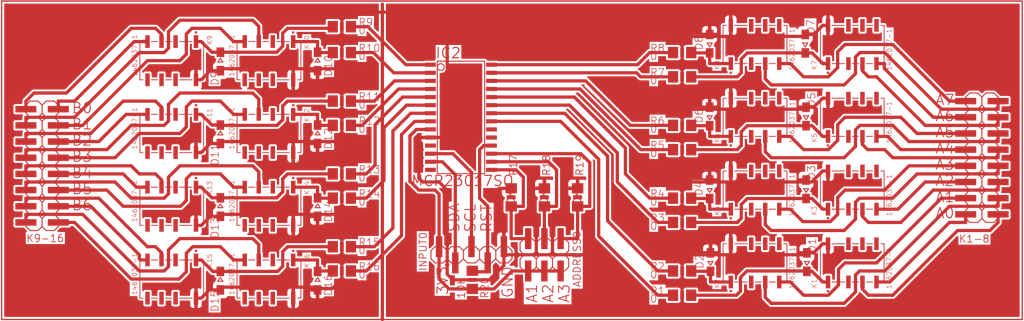
<source format=kicad_pcb>
(kicad_pcb
	(version 20241229)
	(generator "pcbnew")
	(generator_version "9.0")
	(general
		(thickness 1.6)
		(legacy_teardrops no)
	)
	(paper "A3")
	(layers
		(0 "F.Cu" signal)
		(2 "B.Cu" signal)
		(9 "F.Adhes" user "F.Adhesive")
		(11 "B.Adhes" user "B.Adhesive")
		(13 "F.Paste" user)
		(15 "B.Paste" user)
		(5 "F.SilkS" user "F.Silkscreen")
		(7 "B.SilkS" user "B.Silkscreen")
		(1 "F.Mask" user)
		(3 "B.Mask" user)
		(17 "Dwgs.User" user "User.Drawings")
		(19 "Cmts.User" user "User.Comments")
		(21 "Eco1.User" user "User.Eco1")
		(23 "Eco2.User" user "User.Eco2")
		(25 "Edge.Cuts" user)
		(27 "Margin" user)
		(31 "F.CrtYd" user "F.Courtyard")
		(29 "B.CrtYd" user "B.Courtyard")
		(35 "F.Fab" user)
		(33 "B.Fab" user)
		(39 "User.1" user)
		(41 "User.2" user)
		(43 "User.3" user)
		(45 "User.4" user)
	)
	(setup
		(stackup
			(layer "F.SilkS"
				(type "Top Silk Screen")
			)
			(layer "F.Paste"
				(type "Top Solder Paste")
			)
			(layer "F.Mask"
				(type "Top Solder Mask")
				(thickness 0.01)
			)
			(layer "F.Cu"
				(type "copper")
				(thickness 0.035)
			)
			(layer "dielectric 1"
				(type "core")
				(thickness 1.51)
				(material "FR4")
				(epsilon_r 4.5)
				(loss_tangent 0.02)
			)
			(layer "B.Cu"
				(type "copper")
				(thickness 0.035)
			)
			(layer "B.Mask"
				(type "Bottom Solder Mask")
				(thickness 0.01)
			)
			(layer "B.Paste"
				(type "Bottom Solder Paste")
			)
			(layer "B.SilkS"
				(type "Bottom Silk Screen")
			)
			(copper_finish "None")
			(dielectric_constraints no)
		)
		(pad_to_mask_clearance 0)
		(allow_soldermask_bridges_in_footprints no)
		(tenting front back)
		(pcbplotparams
			(layerselection 0x00000000_00000000_55555555_5755f5ff)
			(plot_on_all_layers_selection 0x00000000_00000000_00000000_00000000)
			(disableapertmacros no)
			(usegerberextensions no)
			(usegerberattributes yes)
			(usegerberadvancedattributes yes)
			(creategerberjobfile yes)
			(dashed_line_dash_ratio 12.000000)
			(dashed_line_gap_ratio 3.000000)
			(svgprecision 4)
			(plotframeref no)
			(mode 1)
			(useauxorigin no)
			(hpglpennumber 1)
			(hpglpenspeed 20)
			(hpglpendiameter 15.000000)
			(pdf_front_fp_property_popups yes)
			(pdf_back_fp_property_popups yes)
			(pdf_metadata yes)
			(pdf_single_document no)
			(dxfpolygonmode yes)
			(dxfimperialunits yes)
			(dxfusepcbnewfont yes)
			(psnegative no)
			(psa4output no)
			(plot_black_and_white yes)
			(plotinvisibletext no)
			(sketchpadsonfab no)
			(plotpadnumbers no)
			(hidednponfab no)
			(sketchdnponfab yes)
			(crossoutdnponfab yes)
			(subtractmaskfromsilk no)
			(outputformat 1)
			(mirror no)
			(drillshape 1)
			(scaleselection 1)
			(outputdirectory "")
		)
	)
	(net 0 "")
	(net 1 "GND")
	(net 2 "SCL")
	(net 3 "SDA")
	(net 4 "3V3")
	(net 5 "A1")
	(net 6 "A2")
	(net 7 "A3")
	(net 8 "RST")
	(net 9 "K1")
	(net 10 "K2")
	(net 11 "K3")
	(net 12 "K4")
	(net 13 "K5")
	(net 14 "K6")
	(net 15 "K7")
	(net 16 "K8")
	(net 17 "K9")
	(net 18 "K10")
	(net 19 "K11")
	(net 20 "K12")
	(net 21 "K13")
	(net 22 "K14")
	(net 23 "K15")
	(net 24 "K16")
	(net 25 "K1-1")
	(net 26 "K1-2")
	(net 27 "K2-1")
	(net 28 "K2-2")
	(net 29 "K3-1")
	(net 30 "K3-2")
	(net 31 "K4-1")
	(net 32 "K4-2")
	(net 33 "K5-1")
	(net 34 "K5-2")
	(net 35 "K6-1")
	(net 36 "K6-2")
	(net 37 "K7-1")
	(net 38 "K7-2")
	(net 39 "K8-1")
	(net 40 "K8-2")
	(net 41 "K9-1")
	(net 42 "K9-2")
	(net 43 "K10-1")
	(net 44 "K10-2")
	(net 45 "K11-1")
	(net 46 "K11-2")
	(net 47 "K12-1")
	(net 48 "K12-2")
	(net 49 "K13-1")
	(net 50 "K13-2")
	(net 51 "K14-1")
	(net 52 "K14-2")
	(net 53 "K15-1")
	(net 54 "K15-2")
	(net 55 "K16-1")
	(net 56 "K16-2")
	(net 57 "N$4")
	(net 58 "N$5")
	(net 59 "N$6")
	(net 60 "N$7")
	(net 61 "N$8")
	(net 62 "N$9")
	(net 63 "N$10")
	(net 64 "N$11")
	(net 65 "N$12")
	(net 66 "N$13")
	(net 67 "N$14")
	(net 68 "N$15")
	(net 69 "N$16")
	(net 70 "N$17")
	(net 71 "N$18")
	(net 72 "N$19")
	(footprint "RELAY_1462037-1" (layer "F.Cu") (at 266.6111 84.6836 90))
	(footprint "R1206_334" (layer "F.Cu") (at 255.1811 74.5236))
	(footprint "R1206_334" (layer "F.Cu") (at 201.8411 59.0296 180))
	(footprint "R1206_334" (layer "F.Cu") (at 201.8411 85.9536 180))
	(footprint "SOD323-W_210" (layer "F.Cu") (at 198.0311 75.9206 -90))
	(footprint "R1206_334" (layer "F.Cu") (at 201.8411 97.3836 180))
	(footprint "RELAY_1462037-1" (layer "F.Cu") (at 175.1711 98.6536 -90))
	(footprint "RELAY_1462037-1" (layer "F.Cu") (at 190.4111 98.6536 -90))
	(footprint "RELAY_1462037-1" (layer "F.Cu") (at 190.4111 64.3636 -90))
	(footprint "RELAY_1462037-1" (layer "F.Cu") (at 281.8511 73.2536 90))
	(footprint "R1206_334" (layer "F.Cu") (at 255.1811 78.3336))
	(footprint "SOD323-W_210" (layer "F.Cu") (at 182.7911 87.3506 -90))
	(footprint "RELAY_1462037-1" (layer "F.Cu") (at 281.8511 96.1136 90))
	(footprint "RELAY_1462037-1" (layer "F.Cu") (at 175.1711 64.3636 -90))
	(footprint "R1206_334" (layer "F.Cu") (at 255.1811 101.1936))
	(footprint "SOD323-W_210" (layer "F.Cu") (at 198.0311 87.3506 -90))
	(footprint "RELAY_1462037-1" (layer "F.Cu") (at 190.4111 87.2236 -90))
	(footprint "RELAY_1462037-1" (layer "F.Cu") (at 266.6111 96.1136 90))
	(footprint "SOD323-W_210" (layer "F.Cu") (at 259.4991 84.5566 90))
	(footprint "2X03SMD" (layer "F.Cu") (at 232.3211 93.5736))
	(footprint "SOD323-W_210" (layer "F.Cu") (at 259.4991 61.6966 90))
	(footprint "R1206_334" (layer "F.Cu") (at 255.1811 66.9036))
	(footprint "RELAY_1462037-1" (layer "F.Cu") (at 281.8511 84.6836 90))
	(footprint "R1206_334" (layer "F.Cu") (at 233.5911 85.8266 90))
	(footprint "SOD323-W_210" (layer "F.Cu") (at 259.4991 73.1266 90))
	(footprint "R1206_334" (layer "F.Cu") (at 222.2881 98.7806 -90))
	(footprint "RELAY_1462037-1" (layer "F.Cu") (at 266.6111 61.8236 90))
	(footprint "R1206_334" (layer "F.Cu") (at 228.3841 85.8266 90))
	(footprint "RELAY_1462037-1" (layer "F.Cu") (at 175.1711 75.7936 -90))
	(footprint "R1206_334" (layer "F.Cu") (at 255.1811 97.3836))
	(footprint "SOD323-W_210" (layer "F.Cu") (at 274.6121 84.5566 90))
	(footprint "RELAY_1462037-1" (layer "F.Cu") (at 190.4111 75.7936 -90))
	(footprint "SOD323-W_210" (layer "F.Cu") (at 198.0311 98.9076 -90))
	(footprint "R1206_334" (layer "F.Cu") (at 238.7981 85.8266 90))
	(footprint "SOD323-W_210" (layer "F.Cu") (at 182.7911 98.9076 -90))
	(footprint "SOD323-W_210" (layer "F.Cu") (at 259.6261 95.9866 90))
	(footprint "R1206_334" (layer "F.Cu") (at 201.8411 93.5736 180))
	(footprint "SO28W_294" (layer "F.Cu") (at 220.5101 72.6186 -90))
	(footprint "2X08SMD"
		(layer "F.Cu")
		(uuid "aaa69865-4810-442b-8a3f-a553cc7124d0")
		(at 300.9011 87.2236 90)
		(descr "PIN HEADER - 2.54 SMD")
		(property "Reference" "K1-8"
			(at -4.445 2.54 0)
			(unlocked yes)
			(layer "F.Cu")
			(uuid "5af74f85-622a-403f-bd79-b1b803e3b9bd")
			(effects
				(font
					(size 1.1557 1.1557)
					(thickness 0.1143)
				)
				(justify right top)
			)
		)
		(property "Value" ""
			(at -10.16 4.445 90)
			(unlocked yes)
			(layer "F.Cu")
			(uuid "4030fbab-21fc-4016-a53b-c0c0620f83c0")
			(effects
				(font
					(size 1.176528 1.176528)
					(thickness 0.093472)
				)
				(justify left bottom)
			)
		)
		(property "Datasheet" ""
			(at 0 0 90)
			(layer "F.Fab")
			(hide yes)
			(uuid "5dfd2d76-9b6d-4f62-9a9b-68725399f273")
			(effects
				(font
					(size 1.27 1.27)
					(thickness 0.15)
				)
			)
		)
		(property "Description" ""
			(at 0 0 90)
			(layer "F.Fab")
			(hide yes)
			(uuid "e50e4681-5144-44ce-9f4f-1c696decea79")
			(effects
				(font
					(size 1.27 1.27)
					(thickness 0.15)
				)
			)
		)
		(fp_line
			(start 17.145 -1.27)
			(end 15.875 -1.27)
			(stroke
				(width 0.1524)
				(type solid)
			)
			(layer "F.Cu")
			(uuid "01852751-c621-4dc2-85f0-1ec06f6c4ef1")
		)
		(fp_line
			(start 17.145 -1.27)
			(end 17.78 -0.635)
			(stroke
				(width 0.1524)
				(type solid)
			)
			(layer "F.Cu")
			(uuid "07238eac-7c8e-48b6-9615-020a943ba563")
		)
		(fp_line
			(start 14.605 -1.27)
			(end 13.335 -1.27)
			(stroke
				(width 0.1524)
				(type solid)
			)
			(layer "F.Cu")
			(uuid "238a34db-0dcc-4f20-9ac4-eb0bffcc0f7b")
		)
		(fp_line
			(start 14.605 -1.27)
			(end 15.24 -0.635)
			(stroke
				(width 0.1524)
				(type solid)
			)
			(layer "F.Cu")
			(uuid "67558e89-8938-4c03-a79f-a74bebf0e096")
		)
		(fp_line
			(start 12.065 -1.27)
			(end 10.795 -1.27)
			(stroke
				(width 0.1524)
				(type solid)
			)
			(layer "F.Cu")
			(uuid "b805fe32-9bb5-4636-a870-02861b2a0adb")
		)
		(fp_line
			(start 12.065 -1.27)
			(end 12.7 -0.635)
			(stroke
				(width 0.1524)
				(type solid)
			)
			(layer "F.Cu")
			(uuid "a1cfa201-389a-4f2d-bd8f-c79baab03095")
		)
		(fp_line
			(start 9.525 -1.27)
			(end 10.16 -0.635)
			(stroke
				(width 0.1524)
				(type solid)
			)
			(layer "F.Cu")
			(uuid "6e6424ff-049f-4290-9bf5-25d5f9ecc70d")
		)
		(fp_line
			(start 8.255 -1.27)
			(end 9.525 -1.27)
			(stroke
				(width 0.1524)
				(type solid)
			)
			(layer "F.Cu")
			(uuid "5bb87d64-e232-4f3d-921b-a86bd6f88a39")
		)
		(fp_line
			(start 6.985 -1.27)
			(end 7.62 -0.635)
			(stroke
				(width 0.1524)
				(type solid)
			)
			(layer "F.Cu")
			(uuid "5465b5da-b3e6-4901-b563-998719301317")
		)
		(fp_line
			(start 5.715 -1.27)
			(end 6.985 -1.27)
			(stroke
				(width 0.1524)
				(type solid)
			)
			(layer "F.Cu")
			(uuid "6f1ec4b6-1f97-4e34-a87e-3bc8e2630b30")
		)
		(fp_line
			(start 4.445 -1.27)
			(end 5.08 -0.635)
			(stroke
				(width 0.1524)
				(type solid)
			)
			(layer "F.Cu")
			(uuid "47e2c031-2a75-420a-8186-3f11ed56fb58")
		)
		(fp_line
			(start 3.175 -1.27)
			(end 4.445 -1.27)
			(stroke
				(width 0.1524)
				(type solid)
			)
			(layer "F.Cu")
			(uuid "8bced99b-81fb-486e-b0b1-26b9948d5c2c")
		)
		(fp_line
			(start 1.905 -1.27)
			(end 2.54 -0.635)
			(stroke
				(width 0.1524)
				(type solid)
			)
			(layer "F.Cu")
			(uuid "08c87ed2-3a43-47b6-834f-057e8e1526ca")
		)
		(fp_line
			(start 0.635 -1.27)
			(end 1.905 -1.27)
			(stroke
				(width 0.1524)
				(type solid)
			)
			(layer "F.Cu")
			(uuid "220be14d-5829-472a-a9a3-3a53ef17abcc")
		)
		(fp_line
			(start -0.635 -1.27)
			(end 0 -0.635)
			(stroke
				(width 0.1524)
				(type solid)
			)
			(layer "F.Cu")
			(uuid "3d38769f-8850-4332-9561-b6526c814d36")
		)
		(fp_line
			(start -1.905 -1.27)
			(end -0.635 -1.27)
			(stroke
				(width 0.1524)
				(type solid)
			)
			(layer "F.Cu")
			(uuid "3989e247-e56e-459f-8731-04fdabfd50cc")
		)
		(fp_line
			(start -1.905 -1.27)
			(end -2.54 -0.635)
			(stroke
				(width 0.1524)
				(type solid)
			)
			(layer "F.Cu")
			(uuid "de8d84ce-2228-4edf-8b61-eccdf06bc032")
		)
		(fp_line
			(start 17.78 -0.635)
			(end 17.78 0.635)
			(stroke
				(width 0.1524)
				(type solid)
			)
			(layer "F.Cu")
			(uuid "2351b1fa-553f-47aa-aba1-26a7e02ced23")
		)
		(fp_line
			(start 15.24 -0.635)
			(end 15.875 -1.27)
			(stroke
				(width 0.1524)
				(type solid)
			)
			(layer "F.Cu")
			(uuid "1bc7cff1-f980-4cb0-bf30-c6ba7d93e842")
		)
		(fp_line
			(start 15.24 -0.635)
			(end 15.24 0.635)
			(stroke
				(width 0.1524)
				(type solid)
			)
			(layer "F.Cu")
			(uuid "855ed19e-bccc-4d23-af2e-780cf860e07f")
		)
		(fp_line
			(start 12.7 -0.635)
			(end 13.335 -1.27)
			(stroke
				(width 0.1524)
				(type solid)
			)
			(layer "F.Cu")
			(uuid "6578af7c-deda-44f1-93b2-1cc3c2fd3c35")
		)
		(fp_line
			(start 12.7 -0.635)
			(end 12.7 0.635)
			(stroke
				(width 0.1524)
				(type solid)
			)
			(layer "F.Cu")
			(uuid "f85c49d0-8dcb-4afd-8f10-e129f1400b7f")
		)
		(fp_line
			(start 10.16 -0.635)
			(end 10.795 -1.27)
			(stroke
				(width 0.1524)
				(type solid)
			)
			(layer "F.Cu")
			(uuid "d7c54794-bfc3-49a0-86e4-71754148cbde")
		)
		(fp_line
			(start 10.16 -0.635)
			(end 10.16 0.635)
			(stroke
				(width 0.1524)
				(type solid)
			)
			(layer "F.Cu")
			(uuid "04a6d50f-b5af-4464-a9e2-5d5f014d5096")
		)
		(fp_line
			(start 7.62 -0.635)
			(end 8.255 -1.27)
			(stroke
				(width 0.1524)
				(type solid)
			)
			(layer "F.Cu")
			(uuid "7fa84172-20b4-4eeb-847d-4e44f7c596f0")
		)
		(fp_line
			(start 7.62 -0.635)
			(end 7.62 0.635)
			(stroke
				(width 0.1524)
				(type solid)
			)
			(layer "F.Cu")
			(uuid "9c46fca0-6d36-43aa-a0fd-24b1c1242120")
		)
		(fp_line
			(start 5.08 -0.635)
			(end 5.715 -1.27)
			(stroke
				(width 0.1524)
				(type solid)
			)
			(layer "F.Cu")
			(uuid "cb012cff-ccac-46ff-ab31-22e7cb63de84")
		)
		(fp_line
			(start 5.08 -0.635)
			(end 5.08 0.635)
			(stroke
				(width 0.1524)
				(type solid)
			)
			(layer "F.Cu")
			(uuid "bb00604d-6b69-48a0-a99e-61d6eccd46f8")
		)
		(fp_line
			(start 2.54 -0.635)
			(end 3.175 -1.27)
			(stroke
				(width 0.1524)
				(type solid)
			)
			(layer "F.Cu")
			(uuid "e0c7bdd0-330f-4172-9617-f18608b4cf37")
		)
		(fp_line
			(start 2.54 -0.635)
			(end 2.54 0.635)
			(stroke
				(width 0.1524)
				(type solid)
			)
			(layer "F.Cu")
			(uuid "0f98b87e-cf71-4f2b-bf8e-1a4d1dfc4312")
		)
		(fp_line
			(start 0 -0.635)
			(end 0.635 -1.27)
			(stroke
				(width 0.1524)
				(type solid)
			)
			(layer "F.Cu")
			(uuid "ecb9523d-36ec-42ef-8532-434862edad68")
		)
		(fp_line
			(start 0 -0.635)
			(end 0 0.635)
			(stroke
				(width 0.1524)
				(type solid)
			)
			(layer "F.Cu")
			(uuid "16a50cb8-c6a0-4e11-a2e6-326eee36fd45")
		)
		(fp_line
			(start -2.54 -0.635)
			(end -2.54 0.635)
			(stroke
				(width 0.1524)
				(type solid)
			)
			(layer "F.Cu")
			(uuid "fdbbd6a4-cb9a-47de-b615-abae903417f0")
		)
		(fp_line
			(start 17.78 0.635)
			(end 17.145 1.27)
			(stroke
				(width 0.1524)
				(type solid)
			)
			(layer "F.Cu")
			(uuid "735731d0-89aa-4132-82ca-c6921d42cceb")
		)
		(fp_line
			(start 15.24 0.635)
			(end 14.605 1.27)
			(stroke
				(width 0.1524)
				(type solid)
			)
			(layer "F.Cu")
			(uuid "c3dc3abc-8c30-4cfd-9c52-639f6b4350fd")
		)
		(fp_line
			(start 12.7 0.635)
			(end 12.065 1.27)
			(stroke
				(width 0.1524)
				(type solid)
			)
			(layer "F.Cu")
			(uuid "600b6dac-0dc5-41ad-90ef-e6f5b9a6a6a1")
		)
		(fp_line
			(start 10.16 0.635)
			(end 9.525 1.27)
			(stroke
				(width 0.1524)
				(type solid)
			)
			(layer "F.Cu")
			(uuid "6888cc11-b795-4d05-8cdb-25d11fc8efad")
		)
		(fp_line
			(start 7.62 0.635)
			(end 6.985 1.27)
			(stroke
				(width 0.1524)
				(type solid)
			)
			(layer "F.Cu")
			(uuid "c35b5586-17a0-439a-b0f2-83662ef39a53")
		)
		(fp_line
			(start 5.08 0.635)
			(end 4.445 1.27)
			(stroke
				(width 0.1524)
				(type solid)
			)
			(layer "F.Cu")
			(uuid "b8bb60e2-af10-4827-a668-57a2b0cd9302")
		)
		(fp_line
			(start 2.54 0.635)
			(end 1.905 1.27)
			(stroke
				(width 0.1524)
				(type solid)
			)
			(layer "F.Cu")
			(uuid "9b359e72-159b-4bfc-b900-883483680be8")
		)
		(fp_line
			(start 0 0.635)
			(end -0.635 1.27)
			(stroke
				(width 0.1524)
				(type solid)
			)
			(layer "F.Cu")
			(uuid "c3a7c9fe-73cb-40ac-bf03-6728273d8579")
		)
		(fp_line
			(start -2.54 0.635)
			(end -1.905 1.27)
			(stroke
				(width 0.1524)
				(type solid)
			)
			(layer "F.Cu")
			(uuid "1e1d738a-eaab-481f-98d8-0b362bb228fe")
		)
		(fp_line
			(start 17.145 1.27)
			(end 17.78 1.905)
			(stroke
				(width 0.1524)
				(type solid)
			)
			(layer "F.Cu")
			(uuid "9d583f52-7cbb-41fa-b941-d1c3fdc40635")
		)
		(fp_line
			(start 15.875 1.27)
			(end 15.24 0.635)
			(stroke
				(width 0.1524)
				(type solid)
			)
			(layer "F.Cu")
			(uuid "d252ff94-1810-4f51-8465-eac193499819")
		)
		(fp_line
			(start 15.875 1.27)
			(end 17.145 1.27)
			(stroke
				(width 0.1524)
				(type solid)
			)
			(layer "F.Cu")
			(uuid "b5946b53-2ce8-4621-8ec4-ab01e85e15e7")
		)
		(fp_line
			(start 14.605 1.27)
			(end 15.24 1.905)
			(stroke
				(width 0.1524)
				(type solid)
			)
			(layer "F.Cu")
			(uuid "2b8e4603-d944-417a-bb67-c335933c3ca1")
		)
		(fp_line
			(start 13.335 1.27)
			(end 12.7 0.635)
			(stroke
				(width 0.1524)
				(type solid)
			)
			(layer "F.Cu")
			(uuid "b4f79df9-316b-441
... [510248 chars truncated]
</source>
